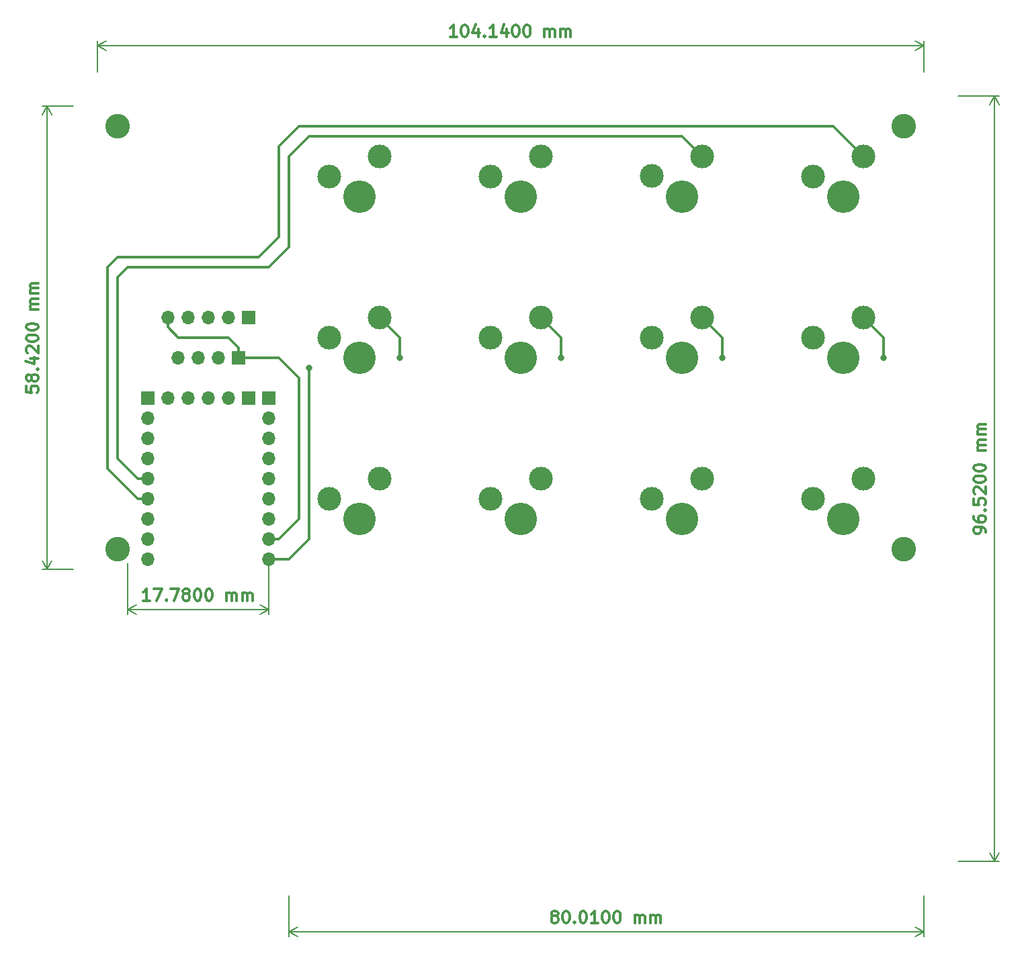
<source format=gbr>
%TF.GenerationSoftware,KiCad,Pcbnew,(6.0.5)*%
%TF.CreationDate,2022-05-30T13:32:29+08:00*%
%TF.ProjectId,keyboard_V2,6b657962-6f61-4726-945f-56322e6b6963,rev?*%
%TF.SameCoordinates,Original*%
%TF.FileFunction,Copper,L1,Top*%
%TF.FilePolarity,Positive*%
%FSLAX46Y46*%
G04 Gerber Fmt 4.6, Leading zero omitted, Abs format (unit mm)*
G04 Created by KiCad (PCBNEW (6.0.5)) date 2022-05-30 13:32:29*
%MOMM*%
%LPD*%
G01*
G04 APERTURE LIST*
%ADD10C,0.300000*%
%TA.AperFunction,NonConductor*%
%ADD11C,0.300000*%
%TD*%
%TA.AperFunction,NonConductor*%
%ADD12C,0.200000*%
%TD*%
%TA.AperFunction,ComponentPad*%
%ADD13C,3.000000*%
%TD*%
%TA.AperFunction,ComponentPad*%
%ADD14R,1.700000X1.700000*%
%TD*%
%TA.AperFunction,ComponentPad*%
%ADD15O,1.700000X1.700000*%
%TD*%
%TA.AperFunction,ViaPad*%
%ADD16C,0.800000*%
%TD*%
%TA.AperFunction,ViaPad*%
%ADD17C,3.100000*%
%TD*%
%TA.AperFunction,ViaPad*%
%ADD18C,4.100000*%
%TD*%
%TA.AperFunction,Conductor*%
%ADD19C,0.304800*%
%TD*%
G04 APERTURE END LIST*
D10*
D11*
X21508572Y-86152857D02*
X21508572Y-86867142D01*
X22222858Y-86938571D01*
X22151429Y-86867142D01*
X22080001Y-86724285D01*
X22080001Y-86367142D01*
X22151429Y-86224285D01*
X22222858Y-86152857D01*
X22365715Y-86081428D01*
X22722858Y-86081428D01*
X22865715Y-86152857D01*
X22937143Y-86224285D01*
X23008572Y-86367142D01*
X23008572Y-86724285D01*
X22937143Y-86867142D01*
X22865715Y-86938571D01*
X22151429Y-85224285D02*
X22080001Y-85367142D01*
X22008572Y-85438571D01*
X21865715Y-85510000D01*
X21794286Y-85510000D01*
X21651429Y-85438571D01*
X21580001Y-85367142D01*
X21508572Y-85224285D01*
X21508572Y-84938571D01*
X21580001Y-84795714D01*
X21651429Y-84724285D01*
X21794286Y-84652857D01*
X21865715Y-84652857D01*
X22008572Y-84724285D01*
X22080001Y-84795714D01*
X22151429Y-84938571D01*
X22151429Y-85224285D01*
X22222858Y-85367142D01*
X22294286Y-85438571D01*
X22437143Y-85510000D01*
X22722858Y-85510000D01*
X22865715Y-85438571D01*
X22937143Y-85367142D01*
X23008572Y-85224285D01*
X23008572Y-84938571D01*
X22937143Y-84795714D01*
X22865715Y-84724285D01*
X22722858Y-84652857D01*
X22437143Y-84652857D01*
X22294286Y-84724285D01*
X22222858Y-84795714D01*
X22151429Y-84938571D01*
X22865715Y-84010000D02*
X22937143Y-83938571D01*
X23008572Y-84010000D01*
X22937143Y-84081428D01*
X22865715Y-84010000D01*
X23008572Y-84010000D01*
X22008572Y-82652857D02*
X23008572Y-82652857D01*
X21437143Y-83010000D02*
X22508572Y-83367142D01*
X22508572Y-82438571D01*
X21651429Y-81938571D02*
X21580001Y-81867142D01*
X21508572Y-81724285D01*
X21508572Y-81367142D01*
X21580001Y-81224285D01*
X21651429Y-81152857D01*
X21794286Y-81081428D01*
X21937143Y-81081428D01*
X22151429Y-81152857D01*
X23008572Y-82010000D01*
X23008572Y-81081428D01*
X21508572Y-80152857D02*
X21508572Y-80010000D01*
X21580001Y-79867142D01*
X21651429Y-79795714D01*
X21794286Y-79724285D01*
X22080001Y-79652857D01*
X22437143Y-79652857D01*
X22722858Y-79724285D01*
X22865715Y-79795714D01*
X22937143Y-79867142D01*
X23008572Y-80010000D01*
X23008572Y-80152857D01*
X22937143Y-80295714D01*
X22865715Y-80367142D01*
X22722858Y-80438571D01*
X22437143Y-80510000D01*
X22080001Y-80510000D01*
X21794286Y-80438571D01*
X21651429Y-80367142D01*
X21580001Y-80295714D01*
X21508572Y-80152857D01*
X21508572Y-78724285D02*
X21508572Y-78581428D01*
X21580001Y-78438571D01*
X21651429Y-78367142D01*
X21794286Y-78295714D01*
X22080001Y-78224285D01*
X22437143Y-78224285D01*
X22722858Y-78295714D01*
X22865715Y-78367142D01*
X22937143Y-78438571D01*
X23008572Y-78581428D01*
X23008572Y-78724285D01*
X22937143Y-78867142D01*
X22865715Y-78938571D01*
X22722858Y-79010000D01*
X22437143Y-79081428D01*
X22080001Y-79081428D01*
X21794286Y-79010000D01*
X21651429Y-78938571D01*
X21580001Y-78867142D01*
X21508572Y-78724285D01*
X23008572Y-76438571D02*
X22008572Y-76438571D01*
X22151429Y-76438571D02*
X22080001Y-76367142D01*
X22008572Y-76224285D01*
X22008572Y-76010000D01*
X22080001Y-75867142D01*
X22222858Y-75795714D01*
X23008572Y-75795714D01*
X22222858Y-75795714D02*
X22080001Y-75724285D01*
X22008572Y-75581428D01*
X22008572Y-75367142D01*
X22080001Y-75224285D01*
X22222858Y-75152857D01*
X23008572Y-75152857D01*
X23008572Y-74438571D02*
X22008572Y-74438571D01*
X22151429Y-74438571D02*
X22080001Y-74367142D01*
X22008572Y-74224285D01*
X22008572Y-74010000D01*
X22080001Y-73867142D01*
X22222858Y-73795714D01*
X23008572Y-73795714D01*
X22222858Y-73795714D02*
X22080001Y-73724285D01*
X22008572Y-73581428D01*
X22008572Y-73367142D01*
X22080001Y-73224285D01*
X22222858Y-73152857D01*
X23008572Y-73152857D01*
D12*
X27440000Y-50800000D02*
X23543581Y-50800000D01*
X27440000Y-109220000D02*
X23543581Y-109220000D01*
X24130001Y-50800000D02*
X24130001Y-109220000D01*
X24130001Y-50800000D02*
X24130001Y-109220000D01*
X24130001Y-50800000D02*
X23543580Y-51926504D01*
X24130001Y-50800000D02*
X24716422Y-51926504D01*
X24130001Y-109220000D02*
X24716422Y-108093496D01*
X24130001Y-109220000D02*
X23543580Y-108093496D01*
D10*
D11*
X75764285Y-42058571D02*
X74907142Y-42058571D01*
X75335714Y-42058571D02*
X75335714Y-40558571D01*
X75192857Y-40772857D01*
X75050000Y-40915714D01*
X74907142Y-40987142D01*
X76692857Y-40558571D02*
X76835714Y-40558571D01*
X76978571Y-40630000D01*
X77050000Y-40701428D01*
X77121428Y-40844285D01*
X77192857Y-41130000D01*
X77192857Y-41487142D01*
X77121428Y-41772857D01*
X77050000Y-41915714D01*
X76978571Y-41987142D01*
X76835714Y-42058571D01*
X76692857Y-42058571D01*
X76550000Y-41987142D01*
X76478571Y-41915714D01*
X76407142Y-41772857D01*
X76335714Y-41487142D01*
X76335714Y-41130000D01*
X76407142Y-40844285D01*
X76478571Y-40701428D01*
X76550000Y-40630000D01*
X76692857Y-40558571D01*
X78478571Y-41058571D02*
X78478571Y-42058571D01*
X78121428Y-40487142D02*
X77764285Y-41558571D01*
X78692857Y-41558571D01*
X79264285Y-41915714D02*
X79335714Y-41987142D01*
X79264285Y-42058571D01*
X79192857Y-41987142D01*
X79264285Y-41915714D01*
X79264285Y-42058571D01*
X80764285Y-42058571D02*
X79907142Y-42058571D01*
X80335714Y-42058571D02*
X80335714Y-40558571D01*
X80192857Y-40772857D01*
X80050000Y-40915714D01*
X79907142Y-40987142D01*
X82050000Y-41058571D02*
X82050000Y-42058571D01*
X81692857Y-40487142D02*
X81335714Y-41558571D01*
X82264285Y-41558571D01*
X83121428Y-40558571D02*
X83264285Y-40558571D01*
X83407142Y-40630000D01*
X83478571Y-40701428D01*
X83550000Y-40844285D01*
X83621428Y-41130000D01*
X83621428Y-41487142D01*
X83550000Y-41772857D01*
X83478571Y-41915714D01*
X83407142Y-41987142D01*
X83264285Y-42058571D01*
X83121428Y-42058571D01*
X82978571Y-41987142D01*
X82907142Y-41915714D01*
X82835714Y-41772857D01*
X82764285Y-41487142D01*
X82764285Y-41130000D01*
X82835714Y-40844285D01*
X82907142Y-40701428D01*
X82978571Y-40630000D01*
X83121428Y-40558571D01*
X84550000Y-40558571D02*
X84692857Y-40558571D01*
X84835714Y-40630000D01*
X84907142Y-40701428D01*
X84978571Y-40844285D01*
X85050000Y-41130000D01*
X85050000Y-41487142D01*
X84978571Y-41772857D01*
X84907142Y-41915714D01*
X84835714Y-41987142D01*
X84692857Y-42058571D01*
X84550000Y-42058571D01*
X84407142Y-41987142D01*
X84335714Y-41915714D01*
X84264285Y-41772857D01*
X84192857Y-41487142D01*
X84192857Y-41130000D01*
X84264285Y-40844285D01*
X84335714Y-40701428D01*
X84407142Y-40630000D01*
X84550000Y-40558571D01*
X86835714Y-42058571D02*
X86835714Y-41058571D01*
X86835714Y-41201428D02*
X86907142Y-41130000D01*
X87050000Y-41058571D01*
X87264285Y-41058571D01*
X87407142Y-41130000D01*
X87478571Y-41272857D01*
X87478571Y-42058571D01*
X87478571Y-41272857D02*
X87550000Y-41130000D01*
X87692857Y-41058571D01*
X87907142Y-41058571D01*
X88050000Y-41130000D01*
X88121428Y-41272857D01*
X88121428Y-42058571D01*
X88835714Y-42058571D02*
X88835714Y-41058571D01*
X88835714Y-41201428D02*
X88907142Y-41130000D01*
X89050000Y-41058571D01*
X89264285Y-41058571D01*
X89407142Y-41130000D01*
X89478571Y-41272857D01*
X89478571Y-42058571D01*
X89478571Y-41272857D02*
X89550000Y-41130000D01*
X89692857Y-41058571D01*
X89907142Y-41058571D01*
X90050000Y-41130000D01*
X90121428Y-41272857D01*
X90121428Y-42058571D01*
D12*
X134620000Y-46490000D02*
X134620000Y-42593580D01*
X30480000Y-46490000D02*
X30480000Y-42593580D01*
X134620000Y-43180000D02*
X30480000Y-43180000D01*
X134620000Y-43180000D02*
X30480000Y-43180000D01*
X134620000Y-43180000D02*
X133493496Y-42593579D01*
X134620000Y-43180000D02*
X133493496Y-43766421D01*
X30480000Y-43180000D02*
X31606504Y-43766421D01*
X30480000Y-43180000D02*
X31606504Y-42593579D01*
D10*
D11*
X142388571Y-104575714D02*
X142388571Y-104290000D01*
X142317142Y-104147142D01*
X142245714Y-104075714D01*
X142031428Y-103932857D01*
X141745714Y-103861428D01*
X141174285Y-103861428D01*
X141031428Y-103932857D01*
X140960000Y-104004285D01*
X140888571Y-104147142D01*
X140888571Y-104432857D01*
X140960000Y-104575714D01*
X141031428Y-104647142D01*
X141174285Y-104718571D01*
X141531428Y-104718571D01*
X141674285Y-104647142D01*
X141745714Y-104575714D01*
X141817142Y-104432857D01*
X141817142Y-104147142D01*
X141745714Y-104004285D01*
X141674285Y-103932857D01*
X141531428Y-103861428D01*
X140888571Y-102575714D02*
X140888571Y-102861428D01*
X140960000Y-103004285D01*
X141031428Y-103075714D01*
X141245714Y-103218571D01*
X141531428Y-103290000D01*
X142102857Y-103290000D01*
X142245714Y-103218571D01*
X142317142Y-103147142D01*
X142388571Y-103004285D01*
X142388571Y-102718571D01*
X142317142Y-102575714D01*
X142245714Y-102504285D01*
X142102857Y-102432857D01*
X141745714Y-102432857D01*
X141602857Y-102504285D01*
X141531428Y-102575714D01*
X141460000Y-102718571D01*
X141460000Y-103004285D01*
X141531428Y-103147142D01*
X141602857Y-103218571D01*
X141745714Y-103290000D01*
X142245714Y-101790000D02*
X142317142Y-101718571D01*
X142388571Y-101790000D01*
X142317142Y-101861428D01*
X142245714Y-101790000D01*
X142388571Y-101790000D01*
X140888571Y-100361428D02*
X140888571Y-101075714D01*
X141602857Y-101147142D01*
X141531428Y-101075714D01*
X141460000Y-100932857D01*
X141460000Y-100575714D01*
X141531428Y-100432857D01*
X141602857Y-100361428D01*
X141745714Y-100290000D01*
X142102857Y-100290000D01*
X142245714Y-100361428D01*
X142317142Y-100432857D01*
X142388571Y-100575714D01*
X142388571Y-100932857D01*
X142317142Y-101075714D01*
X142245714Y-101147142D01*
X141031428Y-99718571D02*
X140960000Y-99647142D01*
X140888571Y-99504285D01*
X140888571Y-99147142D01*
X140960000Y-99004285D01*
X141031428Y-98932857D01*
X141174285Y-98861428D01*
X141317142Y-98861428D01*
X141531428Y-98932857D01*
X142388571Y-99790000D01*
X142388571Y-98861428D01*
X140888571Y-97932857D02*
X140888571Y-97790000D01*
X140960000Y-97647142D01*
X141031428Y-97575714D01*
X141174285Y-97504285D01*
X141460000Y-97432857D01*
X141817142Y-97432857D01*
X142102857Y-97504285D01*
X142245714Y-97575714D01*
X142317142Y-97647142D01*
X142388571Y-97790000D01*
X142388571Y-97932857D01*
X142317142Y-98075714D01*
X142245714Y-98147142D01*
X142102857Y-98218571D01*
X141817142Y-98290000D01*
X141460000Y-98290000D01*
X141174285Y-98218571D01*
X141031428Y-98147142D01*
X140960000Y-98075714D01*
X140888571Y-97932857D01*
X140888571Y-96504285D02*
X140888571Y-96361428D01*
X140960000Y-96218571D01*
X141031428Y-96147142D01*
X141174285Y-96075714D01*
X141460000Y-96004285D01*
X141817142Y-96004285D01*
X142102857Y-96075714D01*
X142245714Y-96147142D01*
X142317142Y-96218571D01*
X142388571Y-96361428D01*
X142388571Y-96504285D01*
X142317142Y-96647142D01*
X142245714Y-96718571D01*
X142102857Y-96790000D01*
X141817142Y-96861428D01*
X141460000Y-96861428D01*
X141174285Y-96790000D01*
X141031428Y-96718571D01*
X140960000Y-96647142D01*
X140888571Y-96504285D01*
X142388571Y-94218571D02*
X141388571Y-94218571D01*
X141531428Y-94218571D02*
X141460000Y-94147142D01*
X141388571Y-94004285D01*
X141388571Y-93790000D01*
X141460000Y-93647142D01*
X141602857Y-93575714D01*
X142388571Y-93575714D01*
X141602857Y-93575714D02*
X141460000Y-93504285D01*
X141388571Y-93361428D01*
X141388571Y-93147142D01*
X141460000Y-93004285D01*
X141602857Y-92932857D01*
X142388571Y-92932857D01*
X142388571Y-92218571D02*
X141388571Y-92218571D01*
X141531428Y-92218571D02*
X141460000Y-92147142D01*
X141388571Y-92004285D01*
X141388571Y-91790000D01*
X141460000Y-91647142D01*
X141602857Y-91575714D01*
X142388571Y-91575714D01*
X141602857Y-91575714D02*
X141460000Y-91504285D01*
X141388571Y-91361428D01*
X141388571Y-91147142D01*
X141460000Y-91004285D01*
X141602857Y-90932857D01*
X142388571Y-90932857D01*
D12*
X138930000Y-49530000D02*
X144096420Y-49530000D01*
X138930000Y-146050000D02*
X144096420Y-146050000D01*
X143510000Y-49530000D02*
X143510000Y-146050000D01*
X143510000Y-49530000D02*
X143510000Y-146050000D01*
X143510000Y-49530000D02*
X142923579Y-50656504D01*
X143510000Y-49530000D02*
X144096421Y-50656504D01*
X143510000Y-146050000D02*
X144096421Y-144923496D01*
X143510000Y-146050000D02*
X142923579Y-144923496D01*
D10*
D11*
X37108571Y-113178571D02*
X36251428Y-113178571D01*
X36680000Y-113178571D02*
X36680000Y-111678571D01*
X36537142Y-111892857D01*
X36394285Y-112035714D01*
X36251428Y-112107142D01*
X37608571Y-111678571D02*
X38608571Y-111678571D01*
X37965714Y-113178571D01*
X39180000Y-113035714D02*
X39251428Y-113107142D01*
X39180000Y-113178571D01*
X39108571Y-113107142D01*
X39180000Y-113035714D01*
X39180000Y-113178571D01*
X39751428Y-111678571D02*
X40751428Y-111678571D01*
X40108571Y-113178571D01*
X41537142Y-112321428D02*
X41394285Y-112250000D01*
X41322857Y-112178571D01*
X41251428Y-112035714D01*
X41251428Y-111964285D01*
X41322857Y-111821428D01*
X41394285Y-111750000D01*
X41537142Y-111678571D01*
X41822857Y-111678571D01*
X41965714Y-111750000D01*
X42037142Y-111821428D01*
X42108571Y-111964285D01*
X42108571Y-112035714D01*
X42037142Y-112178571D01*
X41965714Y-112250000D01*
X41822857Y-112321428D01*
X41537142Y-112321428D01*
X41394285Y-112392857D01*
X41322857Y-112464285D01*
X41251428Y-112607142D01*
X41251428Y-112892857D01*
X41322857Y-113035714D01*
X41394285Y-113107142D01*
X41537142Y-113178571D01*
X41822857Y-113178571D01*
X41965714Y-113107142D01*
X42037142Y-113035714D01*
X42108571Y-112892857D01*
X42108571Y-112607142D01*
X42037142Y-112464285D01*
X41965714Y-112392857D01*
X41822857Y-112321428D01*
X43037142Y-111678571D02*
X43180000Y-111678571D01*
X43322857Y-111750000D01*
X43394285Y-111821428D01*
X43465714Y-111964285D01*
X43537142Y-112250000D01*
X43537142Y-112607142D01*
X43465714Y-112892857D01*
X43394285Y-113035714D01*
X43322857Y-113107142D01*
X43180000Y-113178571D01*
X43037142Y-113178571D01*
X42894285Y-113107142D01*
X42822857Y-113035714D01*
X42751428Y-112892857D01*
X42680000Y-112607142D01*
X42680000Y-112250000D01*
X42751428Y-111964285D01*
X42822857Y-111821428D01*
X42894285Y-111750000D01*
X43037142Y-111678571D01*
X44465714Y-111678571D02*
X44608571Y-111678571D01*
X44751428Y-111750000D01*
X44822857Y-111821428D01*
X44894285Y-111964285D01*
X44965714Y-112250000D01*
X44965714Y-112607142D01*
X44894285Y-112892857D01*
X44822857Y-113035714D01*
X44751428Y-113107142D01*
X44608571Y-113178571D01*
X44465714Y-113178571D01*
X44322857Y-113107142D01*
X44251428Y-113035714D01*
X44180000Y-112892857D01*
X44108571Y-112607142D01*
X44108571Y-112250000D01*
X44180000Y-111964285D01*
X44251428Y-111821428D01*
X44322857Y-111750000D01*
X44465714Y-111678571D01*
X46751428Y-113178571D02*
X46751428Y-112178571D01*
X46751428Y-112321428D02*
X46822857Y-112250000D01*
X46965714Y-112178571D01*
X47179999Y-112178571D01*
X47322857Y-112250000D01*
X47394285Y-112392857D01*
X47394285Y-113178571D01*
X47394285Y-112392857D02*
X47465714Y-112250000D01*
X47608571Y-112178571D01*
X47822857Y-112178571D01*
X47965714Y-112250000D01*
X48037142Y-112392857D01*
X48037142Y-113178571D01*
X48751428Y-113178571D02*
X48751428Y-112178571D01*
X48751428Y-112321428D02*
X48822857Y-112250000D01*
X48965714Y-112178571D01*
X49179999Y-112178571D01*
X49322857Y-112250000D01*
X49394285Y-112392857D01*
X49394285Y-113178571D01*
X49394285Y-112392857D02*
X49465714Y-112250000D01*
X49608571Y-112178571D01*
X49822857Y-112178571D01*
X49965714Y-112250000D01*
X50037142Y-112392857D01*
X50037142Y-113178571D01*
D12*
X52070000Y-108450000D02*
X52070000Y-114886420D01*
X34290000Y-108450000D02*
X34290000Y-114886420D01*
X52070000Y-114300000D02*
X34290000Y-114300000D01*
X52070000Y-114300000D02*
X34290000Y-114300000D01*
X52070000Y-114300000D02*
X50943496Y-113713579D01*
X52070000Y-114300000D02*
X50943496Y-114886421D01*
X34290000Y-114300000D02*
X35416504Y-114886421D01*
X34290000Y-114300000D02*
X35416504Y-113713579D01*
D10*
D11*
X87972142Y-152961428D02*
X87829285Y-152890000D01*
X87757857Y-152818571D01*
X87686428Y-152675714D01*
X87686428Y-152604285D01*
X87757857Y-152461428D01*
X87829285Y-152390000D01*
X87972142Y-152318571D01*
X88257857Y-152318571D01*
X88400714Y-152390000D01*
X88472142Y-152461428D01*
X88543571Y-152604285D01*
X88543571Y-152675714D01*
X88472142Y-152818571D01*
X88400714Y-152890000D01*
X88257857Y-152961428D01*
X87972142Y-152961428D01*
X87829285Y-153032857D01*
X87757857Y-153104285D01*
X87686428Y-153247142D01*
X87686428Y-153532857D01*
X87757857Y-153675714D01*
X87829285Y-153747142D01*
X87972142Y-153818571D01*
X88257857Y-153818571D01*
X88400714Y-153747142D01*
X88472142Y-153675714D01*
X88543571Y-153532857D01*
X88543571Y-153247142D01*
X88472142Y-153104285D01*
X88400714Y-153032857D01*
X88257857Y-152961428D01*
X89472142Y-152318571D02*
X89615000Y-152318571D01*
X89757857Y-152390000D01*
X89829285Y-152461428D01*
X89900714Y-152604285D01*
X89972142Y-152890000D01*
X89972142Y-153247142D01*
X89900714Y-153532857D01*
X89829285Y-153675714D01*
X89757857Y-153747142D01*
X89615000Y-153818571D01*
X89472142Y-153818571D01*
X89329285Y-153747142D01*
X89257857Y-153675714D01*
X89186428Y-153532857D01*
X89115000Y-153247142D01*
X89115000Y-152890000D01*
X89186428Y-152604285D01*
X89257857Y-152461428D01*
X89329285Y-152390000D01*
X89472142Y-152318571D01*
X90615000Y-153675714D02*
X90686428Y-153747142D01*
X90615000Y-153818571D01*
X90543571Y-153747142D01*
X90615000Y-153675714D01*
X90615000Y-153818571D01*
X91615000Y-152318571D02*
X91757857Y-152318571D01*
X91900714Y-152390000D01*
X91972142Y-152461428D01*
X92043571Y-152604285D01*
X92115000Y-152890000D01*
X92115000Y-153247142D01*
X92043571Y-153532857D01*
X91972142Y-153675714D01*
X91900714Y-153747142D01*
X91757857Y-153818571D01*
X91615000Y-153818571D01*
X91472142Y-153747142D01*
X91400714Y-153675714D01*
X91329285Y-153532857D01*
X91257857Y-153247142D01*
X91257857Y-152890000D01*
X91329285Y-152604285D01*
X91400714Y-152461428D01*
X91472142Y-152390000D01*
X91615000Y-152318571D01*
X93543571Y-153818571D02*
X92686428Y-153818571D01*
X93115000Y-153818571D02*
X93115000Y-152318571D01*
X92972142Y-152532857D01*
X92829285Y-152675714D01*
X92686428Y-152747142D01*
X94472142Y-152318571D02*
X94615000Y-152318571D01*
X94757857Y-152390000D01*
X94829285Y-152461428D01*
X94900714Y-152604285D01*
X94972142Y-152890000D01*
X94972142Y-153247142D01*
X94900714Y-153532857D01*
X94829285Y-153675714D01*
X94757857Y-153747142D01*
X94615000Y-153818571D01*
X94472142Y-153818571D01*
X94329285Y-153747142D01*
X94257857Y-153675714D01*
X94186428Y-153532857D01*
X94115000Y-153247142D01*
X94115000Y-152890000D01*
X94186428Y-152604285D01*
X94257857Y-152461428D01*
X94329285Y-152390000D01*
X94472142Y-152318571D01*
X95900714Y-152318571D02*
X96043571Y-152318571D01*
X96186428Y-152390000D01*
X96257857Y-152461428D01*
X96329285Y-152604285D01*
X96400714Y-152890000D01*
X96400714Y-153247142D01*
X96329285Y-153532857D01*
X96257857Y-153675714D01*
X96186428Y-153747142D01*
X96043571Y-153818571D01*
X95900714Y-153818571D01*
X95757857Y-153747142D01*
X95686428Y-153675714D01*
X95615000Y-153532857D01*
X95543571Y-153247142D01*
X95543571Y-152890000D01*
X95615000Y-152604285D01*
X95686428Y-152461428D01*
X95757857Y-152390000D01*
X95900714Y-152318571D01*
X98186428Y-153818571D02*
X98186428Y-152818571D01*
X98186428Y-152961428D02*
X98257857Y-152890000D01*
X98400714Y-152818571D01*
X98615000Y-152818571D01*
X98757857Y-152890000D01*
X98829285Y-153032857D01*
X98829285Y-153818571D01*
X98829285Y-153032857D02*
X98900714Y-152890000D01*
X99043571Y-152818571D01*
X99257857Y-152818571D01*
X99400714Y-152890000D01*
X99472142Y-153032857D01*
X99472142Y-153818571D01*
X100186428Y-153818571D02*
X100186428Y-152818571D01*
X100186428Y-152961428D02*
X100257857Y-152890000D01*
X100400714Y-152818571D01*
X100615000Y-152818571D01*
X100757857Y-152890000D01*
X100829285Y-153032857D01*
X100829285Y-153818571D01*
X100829285Y-153032857D02*
X100900714Y-152890000D01*
X101043571Y-152818571D01*
X101257857Y-152818571D01*
X101400714Y-152890000D01*
X101472142Y-153032857D01*
X101472142Y-153818571D01*
D12*
X134620000Y-150360000D02*
X134620000Y-155526420D01*
X54610000Y-150360000D02*
X54610000Y-155526420D01*
X134620000Y-154940000D02*
X54610000Y-154940000D01*
X134620000Y-154940000D02*
X54610000Y-154940000D01*
X134620000Y-154940000D02*
X133493496Y-154353579D01*
X134620000Y-154940000D02*
X133493496Y-155526421D01*
X54610000Y-154940000D02*
X55736504Y-155526421D01*
X54610000Y-154940000D02*
X55736504Y-154353579D01*
D13*
%TO.P,,1*%
%TO.N,N/C*%
X120650000Y-59690000D03*
%TD*%
%TO.P,,1*%
%TO.N,N/C*%
X80010000Y-80010000D03*
%TD*%
%TO.P,,1*%
%TO.N,N/C*%
X66040000Y-77470000D03*
%TD*%
%TO.P,,1*%
%TO.N,N/C*%
X127000000Y-77470000D03*
%TD*%
%TO.P,,1*%
%TO.N,N/C*%
X59690000Y-59690000D03*
%TD*%
%TO.P,,1*%
%TO.N,N/C*%
X120650000Y-100330000D03*
%TD*%
%TO.P,,1*%
%TO.N,N/C*%
X86360000Y-97790000D03*
%TD*%
%TO.P,,1*%
%TO.N,N/C*%
X80010000Y-59690000D03*
%TD*%
%TO.P,,1*%
%TO.N,N/C*%
X100316608Y-100318499D03*
%TD*%
%TO.P,,1*%
%TO.N,N/C*%
X86340782Y-77460391D03*
%TD*%
%TO.P,,1*%
%TO.N,N/C*%
X80010000Y-100330000D03*
%TD*%
%TO.P,,1*%
%TO.N,N/C*%
X106680000Y-97790000D03*
%TD*%
%TO.P,,1*%
%TO.N,N/C*%
X59690000Y-80010000D03*
%TD*%
%TO.P,,1*%
%TO.N,N/C*%
X106680000Y-77470000D03*
%TD*%
%TO.P,,1*%
%TO.N,N/C*%
X106680000Y-57150000D03*
%TD*%
%TO.P,,1*%
%TO.N,N/C*%
X100316608Y-59659281D03*
%TD*%
%TO.P,,1*%
%TO.N,N/C*%
X127000000Y-97790000D03*
%TD*%
%TO.P,,1*%
%TO.N,N/C*%
X66040000Y-97790000D03*
%TD*%
%TO.P,,1*%
%TO.N,N/C*%
X100316608Y-79988890D03*
%TD*%
%TO.P,,1*%
%TO.N,N/C*%
X86360000Y-57150000D03*
%TD*%
%TO.P,,1*%
%TO.N,N/C*%
X127000000Y-57150000D03*
%TD*%
%TO.P,,1*%
%TO.N,N/C*%
X66040000Y-57150000D03*
%TD*%
%TO.P,,1*%
%TO.N,N/C*%
X59690000Y-100330000D03*
%TD*%
%TO.P,,1*%
%TO.N,N/C*%
X120646217Y-79988890D03*
%TD*%
D14*
%TO.P,REF\u002A\u002A,1*%
%TO.N,N/C*%
X48260000Y-82550000D03*
D15*
%TO.P,REF\u002A\u002A,2*%
X45720000Y-82550000D03*
%TO.P,REF\u002A\u002A,3*%
X43180000Y-82550000D03*
%TO.P,REF\u002A\u002A,4*%
X40640000Y-82550000D03*
%TD*%
D14*
%TO.P,REF\u002A\u002A,1*%
%TO.N,N/C*%
X49500000Y-87655000D03*
D15*
%TO.P,REF\u002A\u002A,2*%
X46960000Y-87655000D03*
%TO.P,REF\u002A\u002A,3*%
X44420000Y-87655000D03*
%TO.P,REF\u002A\u002A,4*%
X41880000Y-87655000D03*
%TO.P,REF\u002A\u002A,5*%
X39340000Y-87655000D03*
%TD*%
D14*
%TO.P,REF\u002A\u002A,1*%
%TO.N,N/C*%
X36830000Y-87630000D03*
D15*
%TO.P,REF\u002A\u002A,2*%
X36830000Y-90170000D03*
%TO.P,REF\u002A\u002A,3*%
X36830000Y-92710000D03*
%TO.P,REF\u002A\u002A,4*%
X36830000Y-95250000D03*
%TO.P,REF\u002A\u002A,5*%
X36830000Y-97790000D03*
%TO.P,REF\u002A\u002A,6*%
X36830000Y-100330000D03*
%TO.P,REF\u002A\u002A,7*%
X36830000Y-102870000D03*
%TO.P,REF\u002A\u002A,8*%
X36830000Y-105410000D03*
%TO.P,REF\u002A\u002A,9*%
X36830000Y-107950000D03*
%TD*%
D14*
%TO.P,REF\u002A\u002A,1*%
%TO.N,N/C*%
X52095000Y-87640000D03*
D15*
%TO.P,REF\u002A\u002A,2*%
X52095000Y-90180000D03*
%TO.P,REF\u002A\u002A,3*%
X52095000Y-92720000D03*
%TO.P,REF\u002A\u002A,4*%
X52095000Y-95260000D03*
%TO.P,REF\u002A\u002A,5*%
X52095000Y-97800000D03*
%TO.P,REF\u002A\u002A,6*%
X52095000Y-100340000D03*
%TO.P,REF\u002A\u002A,7*%
X52095000Y-102880000D03*
%TO.P,REF\u002A\u002A,8*%
X52095000Y-105420000D03*
%TO.P,REF\u002A\u002A,9*%
X52095000Y-107960000D03*
%TD*%
D14*
%TO.P,REF\u002A\u002A,1*%
%TO.N,N/C*%
X49500000Y-77495000D03*
D15*
%TO.P,REF\u002A\u002A,2*%
X46960000Y-77495000D03*
%TO.P,REF\u002A\u002A,3*%
X44420000Y-77495000D03*
%TO.P,REF\u002A\u002A,4*%
X41880000Y-77495000D03*
%TO.P,REF\u002A\u002A,5*%
X39340000Y-77495000D03*
%TD*%
D16*
%TO.N,*%
X57150000Y-83820000D03*
X129540000Y-82550000D03*
X68580000Y-82550000D03*
X88900000Y-82550000D03*
X109220000Y-82550000D03*
D17*
X33020000Y-106680000D03*
X33020000Y-53340000D03*
D18*
X83820000Y-82550000D03*
X124460000Y-82550000D03*
X104140000Y-102870000D03*
X83820000Y-102870000D03*
X63500000Y-82550000D03*
X124460000Y-62230000D03*
D17*
X132080000Y-106680000D03*
D18*
X83820000Y-62230000D03*
X63500000Y-102870000D03*
X104140000Y-82550000D03*
X124460000Y-102870000D03*
X63500000Y-62230000D03*
X104140000Y-62230000D03*
D17*
X132080000Y-53340000D03*
%TD*%
D19*
%TO.N,*%
X35560000Y-100330000D02*
X36830000Y-100330000D01*
X31750000Y-96520000D02*
X35560000Y-100330000D01*
X31750000Y-71120000D02*
X31750000Y-96520000D01*
X33020000Y-69850000D02*
X31750000Y-71120000D01*
X50800000Y-69850000D02*
X33020000Y-69850000D01*
X53340000Y-67310000D02*
X50800000Y-69850000D01*
X53340000Y-55880000D02*
X53340000Y-67310000D01*
X55880000Y-53340000D02*
X53340000Y-55880000D01*
X127000000Y-57150000D02*
X123190000Y-53340000D01*
X123190000Y-53340000D02*
X55880000Y-53340000D01*
X35560000Y-97790000D02*
X36830000Y-97790000D01*
X33020000Y-95250000D02*
X35560000Y-97790000D01*
X52070000Y-71120000D02*
X34290000Y-71120000D01*
X33020000Y-72390000D02*
X33020000Y-95250000D01*
X34290000Y-71120000D02*
X33020000Y-72390000D01*
X54610000Y-68580000D02*
X52070000Y-71120000D01*
X57150000Y-54610000D02*
X54610000Y-57150000D01*
X104140000Y-54610000D02*
X57150000Y-54610000D01*
X54610000Y-57150000D02*
X54610000Y-68580000D01*
X106680000Y-57150000D02*
X104140000Y-54610000D01*
X57150000Y-105410000D02*
X54600000Y-107960000D01*
X57150000Y-83820000D02*
X57150000Y-105410000D01*
X54600000Y-107960000D02*
X52095000Y-107960000D01*
X46990000Y-80010000D02*
X48260000Y-81280000D01*
X48260000Y-81280000D02*
X48260000Y-82550000D01*
X40640000Y-80010000D02*
X46990000Y-80010000D01*
X39340000Y-78710000D02*
X40640000Y-80010000D01*
X39340000Y-77495000D02*
X39340000Y-78710000D01*
X55880000Y-102870000D02*
X53330000Y-105420000D01*
X55880000Y-85090000D02*
X55880000Y-102870000D01*
X53330000Y-105420000D02*
X52095000Y-105420000D01*
X53340000Y-82550000D02*
X55880000Y-85090000D01*
X48260000Y-82550000D02*
X53340000Y-82550000D01*
X66040000Y-77470000D02*
X68580000Y-80010000D01*
X68580000Y-80010000D02*
X68580000Y-82550000D01*
X88900000Y-80019609D02*
X88900000Y-82550000D01*
X86340782Y-77460391D02*
X88900000Y-80019609D01*
X109220000Y-80010000D02*
X109220000Y-82550000D01*
X106680000Y-77470000D02*
X109220000Y-80010000D01*
X129540000Y-80010000D02*
X129540000Y-82550000D01*
X127000000Y-77470000D02*
X129540000Y-80010000D01*
%TD*%
M02*

</source>
